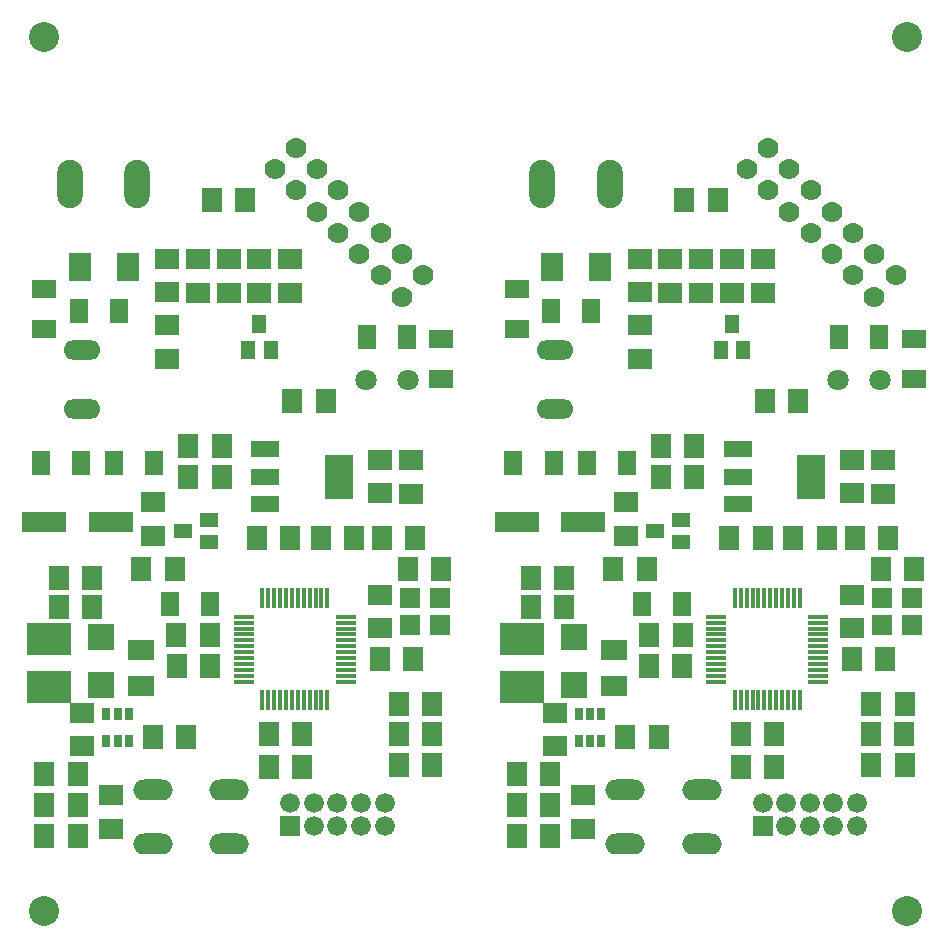
<source format=gts>
G04 #@! TF.GenerationSoftware,KiCad,Pcbnew,5.0.0-rc2-dev-unknown-9f5316e~63~ubuntu16.04.1*
G04 #@! TF.CreationDate,2018-04-30T23:34:32+02:00*
G04 #@! TF.ProjectId,Rauchmelder_3.6_panelized,52617563686D656C64657220332E365F,rev?*
G04 #@! TF.SameCoordinates,Original*
G04 #@! TF.FileFunction,Soldermask,Top*
G04 #@! TF.FilePolarity,Negative*
%FSLAX46Y46*%
G04 Gerber Fmt 4.6, Leading zero omitted, Abs format (unit mm)*
G04 Created by KiCad (PCBNEW 5.0.0-rc2-dev-unknown-9f5316e~63~ubuntu16.04.1) date Mon Apr 30 23:34:32 2018*
%MOMM*%
%LPD*%
G01*
G04 APERTURE LIST*
%ADD10C,2.540000*%
%ADD11R,2.003200X1.803200*%
%ADD12R,1.803200X2.003200*%
%ADD13R,1.603200X2.003200*%
%ADD14R,1.803200X2.006200*%
%ADD15R,2.006200X1.803200*%
%ADD16R,2.403200X3.803200*%
%ADD17R,2.438400X1.422400*%
%ADD18C,1.778000*%
%ADD19R,2.203200X1.703200*%
%ADD20R,3.703200X1.803200*%
%ADD21R,1.203200X1.603200*%
%ADD22R,2.203200X2.203200*%
%ADD23C,1.803400*%
%ADD24O,3.352800X1.778000*%
%ADD25R,1.983200X2.363200*%
%ADD26R,0.803200X1.103200*%
%ADD27R,1.703200X0.453200*%
%ADD28R,0.453200X1.703200*%
%ADD29O,3.120800X1.662000*%
%ADD30R,2.003200X1.603200*%
%ADD31C,1.676400*%
%ADD32R,1.676400X1.676400*%
%ADD33R,3.803200X2.703200*%
%ADD34R,1.603200X1.203200*%
%ADD35R,1.803200X1.703200*%
%ADD36O,2.153200X4.103200*%
G04 APERTURE END LIST*
D10*
X205000000Y-68000000D03*
X132000000Y-68000000D03*
X205000000Y-142000000D03*
D11*
X175200000Y-128000000D03*
X175200000Y-125200000D03*
D12*
X183200000Y-121200000D03*
X186000000Y-121200000D03*
X193800000Y-129800000D03*
X191000000Y-129800000D03*
X202000000Y-127000000D03*
X204800000Y-127000000D03*
X200400000Y-120600000D03*
X203200000Y-120600000D03*
X173200000Y-116200000D03*
X176000000Y-116200000D03*
X173200000Y-113800000D03*
X176000000Y-113800000D03*
D13*
X178300000Y-91200000D03*
X174900000Y-91200000D03*
D14*
X183178000Y-118600000D03*
X186022000Y-118600000D03*
X174822000Y-130400000D03*
X171978000Y-130400000D03*
D15*
X190200000Y-89622000D03*
X190200000Y-86778000D03*
X187600000Y-86778000D03*
X187600000Y-89622000D03*
D11*
X200400000Y-118000000D03*
X200400000Y-115200000D03*
D15*
X177600000Y-132178000D03*
X177600000Y-135022000D03*
X203000000Y-103778000D03*
X203000000Y-106622000D03*
D14*
X171978000Y-135600000D03*
X174822000Y-135600000D03*
D15*
X185000000Y-86778000D03*
X185000000Y-89622000D03*
D14*
X189022000Y-81800000D03*
X186178000Y-81800000D03*
X204822000Y-129600000D03*
X201978000Y-129600000D03*
D15*
X192800000Y-89622000D03*
X192800000Y-86778000D03*
D16*
X196899000Y-105200000D03*
D17*
X190701200Y-107511400D03*
X190701200Y-105200000D03*
X190701200Y-102888600D03*
D14*
X201978000Y-124400000D03*
X204822000Y-124400000D03*
D15*
X182400000Y-95222000D03*
X182400000Y-92378000D03*
D14*
X198222000Y-110400000D03*
X195378000Y-110400000D03*
X189978000Y-110400000D03*
X192822000Y-110400000D03*
D18*
X204057379Y-88143728D03*
X202261328Y-89939779D03*
X202261328Y-86347677D03*
X200465277Y-88143728D03*
X200465277Y-84551626D03*
X198669226Y-86347677D03*
X198669226Y-82755574D03*
X196873174Y-84551626D03*
X196873174Y-80959523D03*
X195077123Y-82755574D03*
X195077123Y-79163472D03*
X193281072Y-80959523D03*
X193281072Y-77367421D03*
X191485021Y-79163472D03*
D14*
X195822000Y-98800000D03*
X192978000Y-98800000D03*
D19*
X180200000Y-119900000D03*
X180200000Y-122900000D03*
D20*
X172000000Y-109000000D03*
X177600000Y-109000000D03*
D21*
X190200000Y-92300000D03*
X191150000Y-94500000D03*
X189250000Y-94500000D03*
D11*
X182400000Y-86800000D03*
X182400000Y-89600000D03*
D13*
X181300000Y-104000000D03*
X177900000Y-104000000D03*
X171700000Y-104000000D03*
X175100000Y-104000000D03*
D22*
X176800000Y-122800000D03*
X176800000Y-118800000D03*
D23*
X199222000Y-97000000D03*
X202778000Y-97000000D03*
D11*
X200400000Y-103800000D03*
X200400000Y-106600000D03*
D14*
X184178000Y-105200000D03*
X187022000Y-105200000D03*
D24*
X187651200Y-136260600D03*
X187651200Y-131739400D03*
X181148800Y-136260600D03*
X181148800Y-131739400D03*
D25*
X174970000Y-87400000D03*
X179040000Y-87400000D03*
D26*
X177250000Y-127550000D03*
X178200000Y-127550000D03*
X179150000Y-127550000D03*
X179150000Y-125250000D03*
X178200000Y-125250000D03*
X177250000Y-125250000D03*
D27*
X197500000Y-122550000D03*
X197500000Y-122050000D03*
X197500000Y-121550000D03*
X197500000Y-121050000D03*
X197500000Y-120550000D03*
X197500000Y-120050000D03*
X197500000Y-119550000D03*
X197500000Y-119050000D03*
X197500000Y-118550000D03*
X197500000Y-118050000D03*
X197500000Y-117550000D03*
X197500000Y-117050000D03*
D28*
X195950000Y-115500000D03*
X195450000Y-115500000D03*
X194950000Y-115500000D03*
X194450000Y-115500000D03*
X193950000Y-115500000D03*
X193450000Y-115500000D03*
X192950000Y-115500000D03*
X192450000Y-115500000D03*
X191950000Y-115500000D03*
X191450000Y-115500000D03*
X190950000Y-115500000D03*
X190450000Y-115500000D03*
D27*
X188900000Y-117050000D03*
X188900000Y-117550000D03*
X188900000Y-118050000D03*
X188900000Y-118550000D03*
X188900000Y-119050000D03*
X188900000Y-119550000D03*
X188900000Y-120050000D03*
X188900000Y-120550000D03*
X188900000Y-121050000D03*
X188900000Y-121550000D03*
X188900000Y-122050000D03*
X188900000Y-122550000D03*
D28*
X190450000Y-124100000D03*
X190950000Y-124100000D03*
X191450000Y-124100000D03*
X191950000Y-124100000D03*
X192450000Y-124100000D03*
X192950000Y-124100000D03*
X193450000Y-124100000D03*
X193950000Y-124100000D03*
X194450000Y-124100000D03*
X194950000Y-124100000D03*
X195450000Y-124100000D03*
X195950000Y-124100000D03*
D29*
X175200000Y-94500000D03*
X175200000Y-99500000D03*
D30*
X205600000Y-93500000D03*
X205600000Y-96900000D03*
D31*
X200801200Y-132803600D03*
X200801200Y-134803600D03*
X198801200Y-132803600D03*
X198801200Y-134803600D03*
X196801200Y-132803600D03*
X196801200Y-134803600D03*
X194801200Y-132803600D03*
X194801200Y-134803600D03*
X192801200Y-132803600D03*
D32*
X192801200Y-134803600D03*
D33*
X172400000Y-123025000D03*
X172400000Y-118975000D03*
D13*
X182600000Y-116000000D03*
X186000000Y-116000000D03*
D34*
X185900000Y-110750000D03*
X185900000Y-108850000D03*
X183700000Y-109800000D03*
D12*
X172000000Y-133000000D03*
X174800000Y-133000000D03*
D14*
X187022000Y-102600000D03*
X184178000Y-102600000D03*
D15*
X181200000Y-110222000D03*
X181200000Y-107378000D03*
D12*
X193800000Y-127000000D03*
X191000000Y-127000000D03*
X203400000Y-110400000D03*
X200600000Y-110400000D03*
D30*
X172000000Y-92700000D03*
X172000000Y-89300000D03*
D35*
X205450000Y-115450000D03*
X202950000Y-115450000D03*
X202950000Y-117750000D03*
X205450000Y-117750000D03*
D36*
X179875000Y-80400000D03*
X174125000Y-80400000D03*
D14*
X180178000Y-113000000D03*
X183022000Y-113000000D03*
X184022000Y-127200000D03*
X181178000Y-127200000D03*
D12*
X205600000Y-113000000D03*
X202800000Y-113000000D03*
D13*
X202700000Y-93400000D03*
X199300000Y-93400000D03*
D12*
X164800000Y-127000000D03*
X162000000Y-127000000D03*
D11*
X142400000Y-89600000D03*
X142400000Y-86800000D03*
D12*
X151000000Y-127000000D03*
X153800000Y-127000000D03*
X160600000Y-110400000D03*
X163400000Y-110400000D03*
D11*
X160400000Y-106600000D03*
X160400000Y-103800000D03*
D12*
X151000000Y-129800000D03*
X153800000Y-129800000D03*
D11*
X160400000Y-115200000D03*
X160400000Y-118000000D03*
D12*
X163200000Y-120600000D03*
X160400000Y-120600000D03*
X162800000Y-113000000D03*
X165600000Y-113000000D03*
X146000000Y-121200000D03*
X143200000Y-121200000D03*
X136000000Y-116200000D03*
X133200000Y-116200000D03*
D11*
X135200000Y-125200000D03*
X135200000Y-128000000D03*
D12*
X134800000Y-133000000D03*
X132000000Y-133000000D03*
X136000000Y-113800000D03*
X133200000Y-113800000D03*
D14*
X164822000Y-124400000D03*
X161978000Y-124400000D03*
X155378000Y-110400000D03*
X158222000Y-110400000D03*
X152822000Y-110400000D03*
X149978000Y-110400000D03*
D15*
X141200000Y-107378000D03*
X141200000Y-110222000D03*
X145000000Y-89622000D03*
X145000000Y-86778000D03*
D14*
X146178000Y-81800000D03*
X149022000Y-81800000D03*
D15*
X142400000Y-92378000D03*
X142400000Y-95222000D03*
D14*
X144178000Y-102600000D03*
X147022000Y-102600000D03*
D15*
X163000000Y-106622000D03*
X163000000Y-103778000D03*
D14*
X134822000Y-135600000D03*
X131978000Y-135600000D03*
D15*
X150200000Y-86778000D03*
X150200000Y-89622000D03*
X147600000Y-89622000D03*
X147600000Y-86778000D03*
D14*
X147022000Y-105200000D03*
X144178000Y-105200000D03*
D15*
X152800000Y-86778000D03*
X152800000Y-89622000D03*
D14*
X161978000Y-129600000D03*
X164822000Y-129600000D03*
X152978000Y-98800000D03*
X155822000Y-98800000D03*
X143022000Y-113000000D03*
X140178000Y-113000000D03*
X146022000Y-118600000D03*
X143178000Y-118600000D03*
X131978000Y-130400000D03*
X134822000Y-130400000D03*
X141178000Y-127200000D03*
X144022000Y-127200000D03*
D15*
X137600000Y-135022000D03*
X137600000Y-132178000D03*
D28*
X155950000Y-124100000D03*
X155450000Y-124100000D03*
X154950000Y-124100000D03*
X154450000Y-124100000D03*
X153950000Y-124100000D03*
X153450000Y-124100000D03*
X152950000Y-124100000D03*
X152450000Y-124100000D03*
X151950000Y-124100000D03*
X151450000Y-124100000D03*
X150950000Y-124100000D03*
X150450000Y-124100000D03*
D27*
X148900000Y-122550000D03*
X148900000Y-122050000D03*
X148900000Y-121550000D03*
X148900000Y-121050000D03*
X148900000Y-120550000D03*
X148900000Y-120050000D03*
X148900000Y-119550000D03*
X148900000Y-119050000D03*
X148900000Y-118550000D03*
X148900000Y-118050000D03*
X148900000Y-117550000D03*
X148900000Y-117050000D03*
D28*
X150450000Y-115500000D03*
X150950000Y-115500000D03*
X151450000Y-115500000D03*
X151950000Y-115500000D03*
X152450000Y-115500000D03*
X152950000Y-115500000D03*
X153450000Y-115500000D03*
X153950000Y-115500000D03*
X154450000Y-115500000D03*
X154950000Y-115500000D03*
X155450000Y-115500000D03*
X155950000Y-115500000D03*
D27*
X157500000Y-117050000D03*
X157500000Y-117550000D03*
X157500000Y-118050000D03*
X157500000Y-118550000D03*
X157500000Y-119050000D03*
X157500000Y-119550000D03*
X157500000Y-120050000D03*
X157500000Y-120550000D03*
X157500000Y-121050000D03*
X157500000Y-121550000D03*
X157500000Y-122050000D03*
X157500000Y-122550000D03*
D35*
X165450000Y-117750000D03*
X162950000Y-117750000D03*
X162950000Y-115450000D03*
X165450000Y-115450000D03*
D20*
X137600000Y-109000000D03*
X132000000Y-109000000D03*
D17*
X150701200Y-102888600D03*
X150701200Y-105200000D03*
X150701200Y-107511400D03*
D16*
X156899000Y-105200000D03*
D30*
X132000000Y-89300000D03*
X132000000Y-92700000D03*
D21*
X149250000Y-94500000D03*
X151150000Y-94500000D03*
X150200000Y-92300000D03*
D24*
X141148800Y-131739400D03*
X141148800Y-136260600D03*
X147651200Y-131739400D03*
X147651200Y-136260600D03*
D29*
X135200000Y-99500000D03*
X135200000Y-94500000D03*
D18*
X151485021Y-79163472D03*
X153281072Y-77367421D03*
X153281072Y-80959523D03*
X155077123Y-79163472D03*
X155077123Y-82755574D03*
X156873174Y-80959523D03*
X156873174Y-84551626D03*
X158669226Y-82755574D03*
X158669226Y-86347677D03*
X160465277Y-84551626D03*
X160465277Y-88143728D03*
X162261328Y-86347677D03*
X162261328Y-89939779D03*
X164057379Y-88143728D03*
D25*
X139040000Y-87400000D03*
X134970000Y-87400000D03*
D23*
X162778000Y-97000000D03*
X159222000Y-97000000D03*
D36*
X134125000Y-80400000D03*
X139875000Y-80400000D03*
D30*
X165600000Y-96900000D03*
X165600000Y-93500000D03*
D13*
X134900000Y-91200000D03*
X138300000Y-91200000D03*
X135100000Y-104000000D03*
X131700000Y-104000000D03*
D34*
X143700000Y-109800000D03*
X145900000Y-108850000D03*
X145900000Y-110750000D03*
D13*
X137900000Y-104000000D03*
X141300000Y-104000000D03*
X159300000Y-93400000D03*
X162700000Y-93400000D03*
D32*
X152801200Y-134803600D03*
D31*
X152801200Y-132803600D03*
X154801200Y-134803600D03*
X154801200Y-132803600D03*
X156801200Y-134803600D03*
X156801200Y-132803600D03*
X158801200Y-134803600D03*
X158801200Y-132803600D03*
X160801200Y-134803600D03*
X160801200Y-132803600D03*
D13*
X146000000Y-116000000D03*
X142600000Y-116000000D03*
D26*
X137250000Y-125250000D03*
X138200000Y-125250000D03*
X139150000Y-125250000D03*
X139150000Y-127550000D03*
X138200000Y-127550000D03*
X137250000Y-127550000D03*
D33*
X132400000Y-118975000D03*
X132400000Y-123025000D03*
D19*
X140200000Y-122900000D03*
X140200000Y-119900000D03*
D22*
X136800000Y-118800000D03*
X136800000Y-122800000D03*
D10*
X132000000Y-142000000D03*
M02*

</source>
